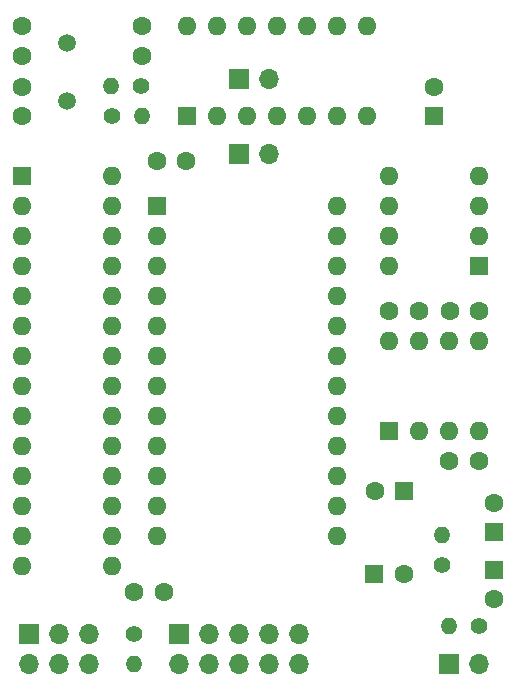
<source format=gts>
G04 #@! TF.GenerationSoftware,KiCad,Pcbnew,6.0.4+dfsg-1+b1*
G04 #@! TF.CreationDate,2022-04-24T01:38:02+03:00*
G04 #@! TF.ProjectId,yatabaza-synth,79617461-6261-47a6-912d-73796e74682e,rev?*
G04 #@! TF.SameCoordinates,Original*
G04 #@! TF.FileFunction,Soldermask,Top*
G04 #@! TF.FilePolarity,Negative*
%FSLAX46Y46*%
G04 Gerber Fmt 4.6, Leading zero omitted, Abs format (unit mm)*
G04 Created by KiCad (PCBNEW 6.0.4+dfsg-1+b1) date 2022-04-24 01:38:02*
%MOMM*%
%LPD*%
G01*
G04 APERTURE LIST*
%ADD10C,1.600000*%
%ADD11R,1.600000X1.600000*%
%ADD12C,1.400000*%
%ADD13O,1.400000X1.400000*%
%ADD14O,1.600000X1.600000*%
%ADD15C,1.500000*%
%ADD16R,1.700000X1.700000*%
%ADD17O,1.700000X1.700000*%
G04 APERTURE END LIST*
D10*
X48895000Y-39370000D03*
X51395000Y-39370000D03*
X53975000Y-52070000D03*
X56475000Y-52070000D03*
D11*
X50165000Y-54610000D03*
D10*
X47665000Y-54610000D03*
D11*
X47625000Y-61595000D03*
D10*
X50125000Y-61595000D03*
X27325000Y-63182500D03*
X29825000Y-63182500D03*
X29210000Y-26670000D03*
X31710000Y-26670000D03*
X27940000Y-15240000D03*
X27940000Y-17740000D03*
X56515000Y-39370000D03*
X54015000Y-39370000D03*
X17780000Y-22860000D03*
X17780000Y-20360000D03*
X17780000Y-15240000D03*
X17780000Y-17740000D03*
D11*
X52705000Y-22860000D03*
D10*
X52705000Y-20360000D03*
D11*
X57785000Y-61277500D03*
D10*
X57785000Y-63777500D03*
D11*
X57785000Y-58102500D03*
D10*
X57785000Y-55602500D03*
D12*
X25450000Y-22860000D03*
D13*
X27990000Y-22860000D03*
D12*
X27890000Y-20310000D03*
D13*
X25350000Y-20310000D03*
D12*
X56515000Y-66040000D03*
D13*
X53975000Y-66040000D03*
D11*
X17780000Y-27940000D03*
D14*
X17780000Y-30480000D03*
X17780000Y-33020000D03*
X17780000Y-35560000D03*
X17780000Y-38100000D03*
X17780000Y-40640000D03*
X17780000Y-43180000D03*
X17780000Y-45720000D03*
X17780000Y-48260000D03*
X17780000Y-50800000D03*
X17780000Y-53340000D03*
X17780000Y-55880000D03*
X17780000Y-58420000D03*
X17780000Y-60960000D03*
X25400000Y-60960000D03*
X25400000Y-58420000D03*
X25400000Y-55880000D03*
X25400000Y-53340000D03*
X25400000Y-50800000D03*
X25400000Y-48260000D03*
X25400000Y-45720000D03*
X25400000Y-43180000D03*
X25400000Y-40640000D03*
X25400000Y-38100000D03*
X25400000Y-35560000D03*
X25400000Y-33020000D03*
X25400000Y-30480000D03*
X25400000Y-27940000D03*
D11*
X29210000Y-30480000D03*
D14*
X29210000Y-33020000D03*
X29210000Y-35560000D03*
X29210000Y-38100000D03*
X29210000Y-40640000D03*
X29210000Y-43180000D03*
X29210000Y-45720000D03*
X29210000Y-48260000D03*
X29210000Y-50800000D03*
X29210000Y-53340000D03*
X29210000Y-55880000D03*
X29210000Y-58420000D03*
X44450000Y-58420000D03*
X44450000Y-55880000D03*
X44450000Y-53340000D03*
X44450000Y-50800000D03*
X44450000Y-48260000D03*
X44450000Y-45720000D03*
X44450000Y-43180000D03*
X44450000Y-40640000D03*
X44450000Y-38100000D03*
X44450000Y-35560000D03*
X44450000Y-33020000D03*
X44450000Y-30480000D03*
D11*
X31750000Y-22860000D03*
D14*
X34290000Y-22860000D03*
X36830000Y-22860000D03*
X39370000Y-22860000D03*
X41910000Y-22860000D03*
X44450000Y-22860000D03*
X46990000Y-22860000D03*
X46990000Y-15240000D03*
X44450000Y-15240000D03*
X41910000Y-15240000D03*
X39370000Y-15240000D03*
X36830000Y-15240000D03*
X34290000Y-15240000D03*
X31750000Y-15240000D03*
D11*
X56515000Y-35560000D03*
D14*
X56515000Y-33020000D03*
X56515000Y-30480000D03*
X56515000Y-27940000D03*
X48895000Y-27940000D03*
X48895000Y-30480000D03*
X48895000Y-33020000D03*
X48895000Y-35560000D03*
D11*
X48895000Y-49530000D03*
D14*
X51435000Y-49530000D03*
X53975000Y-49530000D03*
X56515000Y-49530000D03*
X56515000Y-41910000D03*
X53975000Y-41910000D03*
X51435000Y-41910000D03*
X48895000Y-41910000D03*
D15*
X21590000Y-21590000D03*
X21590000Y-16710000D03*
D12*
X27305000Y-66675000D03*
D13*
X27305000Y-69215000D03*
D12*
X53340000Y-60910000D03*
D13*
X53340000Y-58370000D03*
D16*
X31115000Y-66675000D03*
D17*
X31115000Y-69215000D03*
X33655000Y-66675000D03*
X33655000Y-69215000D03*
X36195000Y-66675000D03*
X36195000Y-69215000D03*
X38735000Y-66675000D03*
X38735000Y-69215000D03*
X41275000Y-66675000D03*
X41275000Y-69215000D03*
D16*
X36195000Y-19685000D03*
D17*
X38735000Y-19685000D03*
D16*
X18415000Y-66675000D03*
D17*
X18415000Y-69215000D03*
X20955000Y-66675000D03*
X20955000Y-69215000D03*
X23495000Y-66675000D03*
X23495000Y-69215000D03*
D16*
X53975000Y-69215000D03*
D17*
X56515000Y-69215000D03*
D16*
X36195000Y-26035000D03*
D17*
X38735000Y-26035000D03*
M02*

</source>
